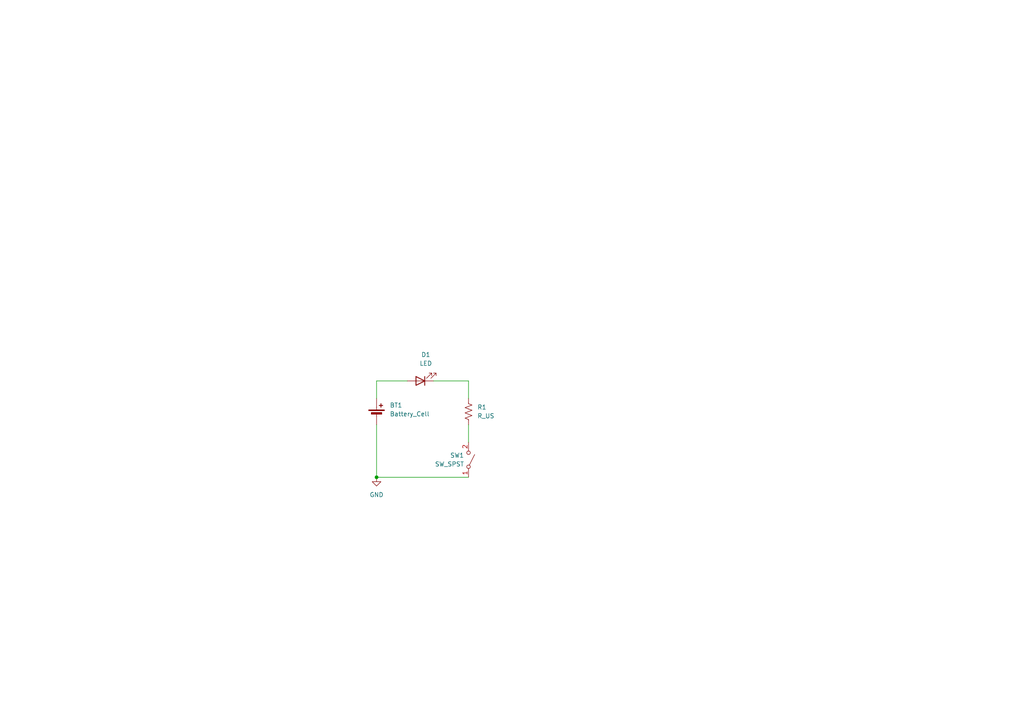
<source format=kicad_sch>
(kicad_sch (version 20231120) (generator "eeschema") (generator_version "8.0")
  (paper "A4")
  (lib_symbols
    (symbol "Device:Battery_Cell" (pin_numbers hide) (pin_names (offset 0) hide)
      (property "Reference" "BT" (at 2.54 2.54 0))
      (property "Value" "Battery_Cell" (at 2.54 0 0))
      (symbol "Battery_Cell_0_1"
        (rectangle (start -2.286 1.778) (end 2.286 1.524) (fill (type outline)))
        (rectangle (start -1.524 1.016) (end 1.524 0.508) (fill (type outline)))
        (polyline (pts (xy 0 0.762) (xy 0 0)))
        (polyline (pts (xy 0 1.778) (xy 0 2.54)))
        (polyline (pts (xy 0.762 3.048) (xy 1.778 3.048)) (stroke (width 0.254)))
        (polyline (pts (xy 1.27 3.556) (xy 1.27 2.54)) (stroke (width 0.254)))
      )
      (symbol "Battery_Cell_1_1"
        (pin passive line (at 0 5.08 270) (length 2.54) (name "+") (number "1"))
        (pin passive line (at 0 -2.54 90) (length 2.54) (name "-") (number "2"))
      )
    )
    (symbol "Device:LED" (pin_numbers hide) (pin_names (offset 1.016) hide)
      (property "Reference" "D" (at 0 2.54 0))
      (property "Value" "LED" (at 0 -2.54 0))
      (symbol "LED_0_1"
        (polyline (pts (xy -1.27 -1.27) (xy -1.27 1.27)) (stroke (width 0.254)))
        (polyline (pts (xy -1.27 0) (xy 1.27 0)))
        (polyline (pts (xy 1.27 -1.27) (xy 1.27 1.27) (xy -1.27 0) (xy 1.27 -1.27)) (stroke (width 0.254)))
        (polyline (pts (xy -3.048 -0.762) (xy -4.572 -2.286) (xy -3.81 -2.286) (xy -4.572 -2.286) (xy -4.572 -1.524)))
        (polyline (pts (xy -1.778 -0.762) (xy -3.302 -2.286) (xy -2.54 -2.286) (xy -3.302 -2.286) (xy -3.302 -1.524)))
      )
      (symbol "LED_1_1"
        (pin passive line (at -3.81 0 0) (length 2.54) (name "K") (number "1"))
        (pin passive line (at 3.81 0 180) (length 2.54) (name "A") (number "2"))
      )
    )
    (symbol "Device:R_US" (pin_numbers hide) (pin_names (offset 0))
      (property "Reference" "R" (at 2.54 0 90))
      (property "Value" "R_US" (at -2.54 0 90))
      (symbol "R_US_0_1"
        (polyline (pts (xy 0 -2.286) (xy 0 -2.54)))
        (polyline (pts (xy 0 2.286) (xy 0 2.54)))
        (polyline (pts (xy 0 -0.762) (xy 1.016 -1.143) (xy 0 -1.524) (xy -1.016 -1.905) (xy 0 -2.286)))
        (polyline (pts (xy 0 0.762) (xy 1.016 0.381) (xy 0 0) (xy -1.016 -0.381) (xy 0 -0.762)))
        (polyline (pts (xy 0 2.286) (xy 1.016 1.905) (xy 0 1.524) (xy -1.016 1.143) (xy 0 0.762)))
      )
      (symbol "R_US_1_1"
        (pin passive line (at 0 3.81 270) (length 1.27) (name "~") (number "1"))
        (pin passive line (at 0 -3.81 90) (length 1.27) (name "~") (number "2"))
      )
    )
    (symbol "Switch:SW_SPST" (pin_names (offset 0) hide)
      (property "Reference" "SW" (at 0 3.175 0))
      (property "Value" "SW_SPST" (at 0 -2.54 0))
      (symbol "SW_SPST_0_0"
        (circle (center -2.032 0) (radius 0.508))
        (polyline (pts (xy -1.524 0.254) (xy 1.524 1.778)))
        (circle (center 2.032 0) (radius 0.508))
      )
      (symbol "SW_SPST_1_1"
        (pin passive line (at -5.08 0 0) (length 2.54) (name "A") (number "1"))
        (pin passive line (at 5.08 0 180) (length 2.54) (name "B") (number "2"))
      )
    )
    (symbol "power:GND" (power) (pin_numbers hide) (pin_names (offset 0) hide)
      (property "Value" "GND" (at 0 -3.81 0))
      (symbol "GND_0_1"
        (polyline (pts (xy 0 0) (xy 0 -1.27) (xy 1.27 -1.27) (xy 0 -2.54) (xy -1.27 -1.27) (xy 0 -1.27)))
      )
      (symbol "GND_1_1"
        (pin power_in line (at 0 0 270) (length 0) (name "~") (number "1"))
      )
    )
  )
  (junction (at 109.22 138.43))
  (wire (pts (xy 109.22 115.57) (xy 109.22 110.49)))
  (wire (pts (xy 135.89 110.49) (xy 135.89 115.57)))
  (wire (pts (xy 135.89 138.43) (xy 109.22 138.43)))
  (wire (pts (xy 109.22 110.49) (xy 118.11 110.49)))
  (wire (pts (xy 125.73 110.49) (xy 135.89 110.49)))
  (wire (pts (xy 109.22 138.43) (xy 109.22 123.19)))
  (wire (pts (xy 135.89 123.19) (xy 135.89 128.27)))
  (symbol (lib_id "Switch:SW_SPST") (at 135.89 133.35 270) (mirror x) (unit 1)
    (property "Reference" "SW1" (at 134.62 132.0799 90) (effects (justify right)))
    (property "Value" "SW_SPST" (at 134.62 134.6199 90) (effects (justify right)))
    (property "Footprint" "Button_Switch_THT:SW_PUSH_6mm" (effects (hide yes)))
    (property "Description" "Single Pole Single Throw (SPST) switch" (effects (hide yes)))
  )
  (symbol (lib_id "Device:R_US") (at 135.89 119.38 0) (unit 1)
    (property "Reference" "R1" (at 138.43 118.1099 0) (effects (justify left)))
    (property "Value" "R_US" (at 138.43 120.6499 0) (effects (justify left)))
    (property "Footprint" "Resistor_SMD:R_2512_6332Metric" (effects (hide yes)))
    (property "Description" "Resistor, US symbol" (effects (hide yes)))
  )
  (symbol (lib_id "power:GND") (at 109.22 138.43 0) (unit 1)
    (property "Reference" "#PWR01" (effects (hide yes)))
    (property "Value" "GND" (at 109.22 143.51 0))
    (property "Description" "Power symbol creates a global label with name \"GND\" , ground" (effects (hide yes)))
  )
  (symbol (lib_id "Device:LED") (at 121.92 110.49 180) (unit 1)
    (property "Reference" "D1" (at 123.5075 102.87 0))
    (property "Value" "LED" (at 123.5075 105.41 0))
    (property "Footprint" "LED_SMD:LED_2512_6332Metric" (effects (hide yes)))
    (property "Description" "Light emitting diode" (effects (hide yes)))
  )
  (symbol (lib_id "Device:Battery_Cell") (at 109.22 120.65 0) (unit 1)
    (property "Reference" "BT1" (at 113.03 117.5384 0) (effects (justify left)))
    (property "Value" "Battery_Cell" (at 113.03 120.0784 0) (effects (justify left)))
    (property "Footprint" "Battery:BatteryHolder_Keystone_103_1x20mm" (effects (hide yes)))
    (property "Description" "Single-cell battery" (effects (hide yes)))
  )
)
</source>
